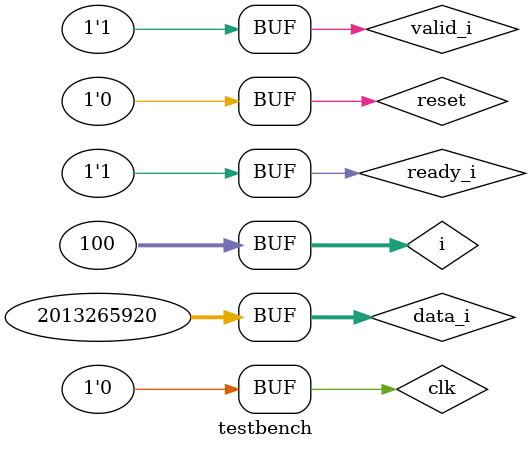
<source format=sv>

/*
localparam integer HASH_TABLE_SIZE[NUMBER_OF_TABLES-1:0] = '{32'd3,32'd3,32'd3,32'd3};
localparam [KEY_WIDTH-1:0] Q_MATRIX[NUMBER_OF_TABLES-1:0][HASH_TABLE_SIZE[0]-1:0] = '{'{5'b111,
                                                                                        5'b000,
                                                                                        5'b111},
                                                                                      '{5'b010,
                                                                                        5'b000,
                                                                                        5'b001}, 
                                                                                      '{5'b001,
                                                                                        5'b001,
                                                                                        5'b001},
                                                                                      '{5'b001,
                                                                                        5'b001,
                                                                                        5'b101}};
*/


module testbench();

reg clk;
reg reset;
reg [31:0] data_i;
reg ready_i;
reg valid_i;
wire ready_o;
wire valid_o;
wire [31:0] data_o;

axi_wrapper #(
    .KEY_WIDTH(3),
    .DATA_WIDTH(27),
    .NUMBER_OF_TABLES(4),
    .BUCKET_SIZE(2))
the_table ( 
    .clk(clk),
    .reset(reset),
    .data_i(data_i),
    .ready_i(ready_i),
    .valid_i(valid_i),
    .ready_o(ready_o),
    .valid_o(valid_o),
    .data_o(data_o));
    
integer i;    
initial begin
    clk = 0;
    reset = 1;
    #5;
    clk = 1;
    #5;
    clk = 0;
    reset = 0;
    #5;
    for(i = 0; i<100; i = i+1) begin
        clk = ~clk;
        #5;
    end
end

initial begin
    data_i = 0;
    valid_i = 0;
    ready_i = 1;
    #10;
    valid_i = 1;
    data_i = {2'b10, 3'b000, 27'd1};  //key = 0 {2'b10,5b'00000,25b'0}
    #10;
    data_i = {2'b10, 3'b110, 27'd2}; // 32'h98000002;  //key = 6
    #10;
    data_i = {2'b10, 3'b010, 27'd3}; //32'h88000003;  //key = 2
    #10;
    data_i = {2'b10, 3'b101, 27'd4}; //32'hB4000004;  //key = D
    #10;
    data_i = {2'b10, 3'b011, 27'd5}; //32'h8C000005;  //key = 3
    #10;
    //data_i = 32'h00000000;
    //#40;
    data_i = {2'b10, 3'b100, 27'd6}; //32'hA0000006;  //key = 0
    #10
    data_i = {2'b10, 3'b001, 27'd7}; //32'h84000007;  //key = 1
    #10;
    data_i = {2'b10, 3'b111, 27'd8}; //32'h9C000008;  //key = 7
    #50;
    
    
    
    data_i = {2'b01, 3'b000, 27'd0};
    #10;
    data_i = {2'b01, 3'b110, 27'd0};
    #10;
    data_i = {2'b01, 3'b010, 27'd0};
    #10;
    data_i = {2'b01, 3'b101, 27'd0};
    #10;
    data_i = {2'b01, 3'b011, 27'd0};
    #10;
    //data_i = 32'h00000000;
    //#40;
    data_i = {2'b01, 3'b100, 27'd0};
    #10
    data_i = {2'b01, 3'b001, 27'd0};
    #10;
    data_i = {2'b01, 3'b111, 27'd0};
    #50;

    /*data_i = 32'h80000001; //write key = 0, data = 1
    #10;
    data_i = 32'hB0000002; 
    #10;
    data_i = 32'hA0000003;
    #10;
    data_i = 32'h00000000;
    #40;*/
    /*valid_i = 1;
    data_i = 32'h80000001; //write key = 0, data = 1
    #10;
    data_i = 32'h50000000; // read key = 0
    #40;
    data_i = 32'hB0000002; // write key = 3, data = 2
    #10;
    data_i = 32'h70000000; // read key = 3
    #40;
    data_i = 32'hA0000003; // write key = 2, data = 3
    #10;
    data_i = 32'h60000000; // read key = 2
    #40;*/
end
endmodule

</source>
